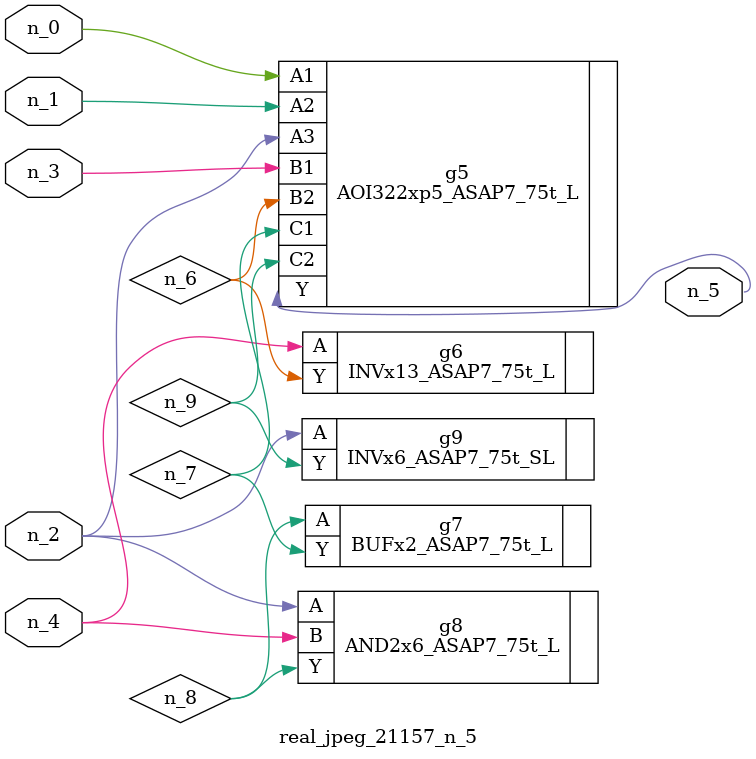
<source format=v>
module real_jpeg_21157_n_5 (n_4, n_0, n_1, n_2, n_3, n_5);

input n_4;
input n_0;
input n_1;
input n_2;
input n_3;

output n_5;

wire n_8;
wire n_6;
wire n_7;
wire n_9;

AOI322xp5_ASAP7_75t_L g5 ( 
.A1(n_0),
.A2(n_1),
.A3(n_2),
.B1(n_3),
.B2(n_6),
.C1(n_7),
.C2(n_9),
.Y(n_5)
);

AND2x6_ASAP7_75t_L g8 ( 
.A(n_2),
.B(n_4),
.Y(n_8)
);

INVx6_ASAP7_75t_SL g9 ( 
.A(n_2),
.Y(n_9)
);

INVx13_ASAP7_75t_L g6 ( 
.A(n_4),
.Y(n_6)
);

BUFx2_ASAP7_75t_L g7 ( 
.A(n_8),
.Y(n_7)
);


endmodule
</source>
